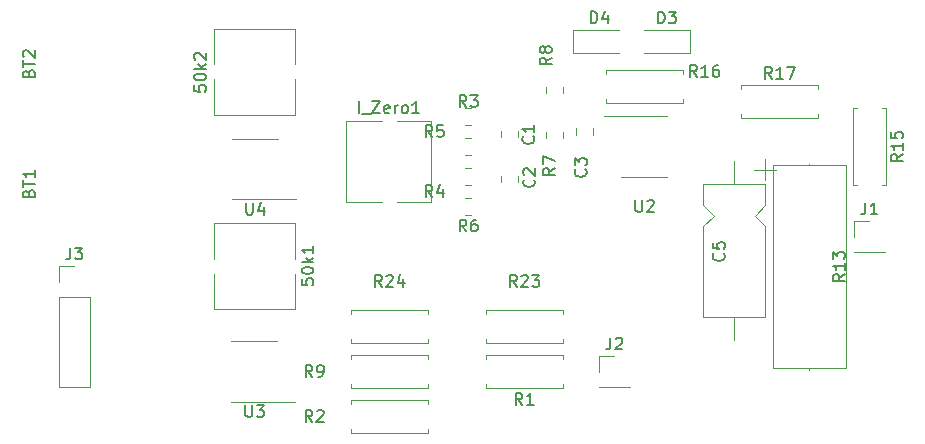
<source format=gbr>
G04 #@! TF.GenerationSoftware,KiCad,Pcbnew,(5.1.2)-2*
G04 #@! TF.CreationDate,2019-11-18T15:02:21-05:00*
G04 #@! TF.ProjectId,Lab_Sensing,4c61625f-5365-46e7-9369-6e672e6b6963,rev?*
G04 #@! TF.SameCoordinates,Original*
G04 #@! TF.FileFunction,Legend,Top*
G04 #@! TF.FilePolarity,Positive*
%FSLAX46Y46*%
G04 Gerber Fmt 4.6, Leading zero omitted, Abs format (unit mm)*
G04 Created by KiCad (PCBNEW (5.1.2)-2) date 2019-11-18 15:02:21*
%MOMM*%
%LPD*%
G04 APERTURE LIST*
%ADD10C,0.120000*%
%ADD11C,0.150000*%
G04 APERTURE END LIST*
D10*
X148010000Y-140700000D02*
X154250000Y-140700000D01*
X154250000Y-140700000D02*
X154250000Y-123460000D01*
X154250000Y-123460000D02*
X148010000Y-123460000D01*
X148010000Y-123460000D02*
X148010000Y-140700000D01*
X151130000Y-140800000D02*
X151130000Y-140700000D01*
X151130000Y-123360000D02*
X151130000Y-123460000D01*
X118840000Y-145820000D02*
X118840000Y-146150000D01*
X118840000Y-146150000D02*
X112300000Y-146150000D01*
X112300000Y-146150000D02*
X112300000Y-145820000D01*
X118840000Y-143740000D02*
X118840000Y-143410000D01*
X118840000Y-143410000D02*
X112300000Y-143410000D01*
X112300000Y-143410000D02*
X112300000Y-143740000D01*
X140430000Y-117880000D02*
X140430000Y-118210000D01*
X140430000Y-118210000D02*
X133890000Y-118210000D01*
X133890000Y-118210000D02*
X133890000Y-117880000D01*
X140430000Y-115800000D02*
X140430000Y-115470000D01*
X140430000Y-115470000D02*
X133890000Y-115470000D01*
X133890000Y-115470000D02*
X133890000Y-115800000D01*
X112300000Y-139600000D02*
X112300000Y-139930000D01*
X118840000Y-139600000D02*
X112300000Y-139600000D01*
X118840000Y-139930000D02*
X118840000Y-139600000D01*
X112300000Y-142340000D02*
X112300000Y-142010000D01*
X118840000Y-142340000D02*
X112300000Y-142340000D01*
X118840000Y-142010000D02*
X118840000Y-142340000D01*
X130270000Y-142010000D02*
X130270000Y-142340000D01*
X130270000Y-142340000D02*
X123730000Y-142340000D01*
X123730000Y-142340000D02*
X123730000Y-142010000D01*
X130270000Y-139930000D02*
X130270000Y-139600000D01*
X130270000Y-139600000D02*
X123730000Y-139600000D01*
X123730000Y-139600000D02*
X123730000Y-139930000D01*
X118840000Y-138200000D02*
X118840000Y-138530000D01*
X118840000Y-138530000D02*
X112300000Y-138530000D01*
X112300000Y-138530000D02*
X112300000Y-138200000D01*
X118840000Y-136120000D02*
X118840000Y-135790000D01*
X118840000Y-135790000D02*
X112300000Y-135790000D01*
X112300000Y-135790000D02*
X112300000Y-136120000D01*
X107560000Y-128400000D02*
X107560000Y-131430000D01*
X107560000Y-132730000D02*
X107560000Y-135640000D01*
X100720000Y-128400000D02*
X100720000Y-131430000D01*
X100720000Y-132730000D02*
X100720000Y-135640000D01*
X107560000Y-128400000D02*
X100720000Y-128400000D01*
X107560000Y-135640000D02*
X100720000Y-135640000D01*
X100720000Y-112010000D02*
X107560000Y-112010000D01*
X100720000Y-119250000D02*
X107560000Y-119250000D01*
X107560000Y-114920000D02*
X107560000Y-112010000D01*
X107560000Y-119250000D02*
X107560000Y-116220000D01*
X100720000Y-114920000D02*
X100720000Y-112010000D01*
X100720000Y-119250000D02*
X100720000Y-116220000D01*
X126440000Y-120633748D02*
X126440000Y-121156252D01*
X125020000Y-120633748D02*
X125020000Y-121156252D01*
X126440000Y-124966252D02*
X126440000Y-124443748D01*
X125020000Y-124966252D02*
X125020000Y-124443748D01*
X132790000Y-120388748D02*
X132790000Y-120911252D01*
X131370000Y-120388748D02*
X131370000Y-120911252D01*
X147380000Y-122980000D02*
X147380000Y-124780000D01*
X148280000Y-123880000D02*
X146480000Y-123880000D01*
X147400000Y-125080000D02*
X142160000Y-125080000D01*
X147400000Y-136320000D02*
X142160000Y-136320000D01*
X147400000Y-125080000D02*
X147400000Y-126880000D01*
X147400000Y-126880000D02*
X146500000Y-127780000D01*
X146500000Y-127780000D02*
X147400000Y-128680000D01*
X147400000Y-128680000D02*
X147400000Y-136320000D01*
X142160000Y-125080000D02*
X142160000Y-126880000D01*
X142160000Y-126880000D02*
X143060000Y-127780000D01*
X143060000Y-127780000D02*
X142160000Y-128680000D01*
X142160000Y-128680000D02*
X142160000Y-136320000D01*
X144780000Y-123140000D02*
X144780000Y-125080000D01*
X144780000Y-138260000D02*
X144780000Y-136320000D01*
X141060000Y-114030000D02*
X137160000Y-114030000D01*
X141060000Y-112030000D02*
X137160000Y-112030000D01*
X141060000Y-114030000D02*
X141060000Y-112030000D01*
X131100000Y-112030000D02*
X131100000Y-114030000D01*
X131100000Y-114030000D02*
X135000000Y-114030000D01*
X131100000Y-112030000D02*
X135000000Y-112030000D01*
X154880000Y-128210000D02*
X156210000Y-128210000D01*
X154880000Y-129540000D02*
X154880000Y-128210000D01*
X154880000Y-130810000D02*
X157540000Y-130810000D01*
X157540000Y-130810000D02*
X157540000Y-130870000D01*
X154880000Y-130810000D02*
X154880000Y-130870000D01*
X154880000Y-130870000D02*
X157540000Y-130870000D01*
X133290000Y-139640000D02*
X134620000Y-139640000D01*
X133290000Y-140970000D02*
X133290000Y-139640000D01*
X133290000Y-142240000D02*
X135950000Y-142240000D01*
X135950000Y-142240000D02*
X135950000Y-142300000D01*
X133290000Y-142240000D02*
X133290000Y-142300000D01*
X133290000Y-142300000D02*
X135950000Y-142300000D01*
X87570000Y-142300000D02*
X90230000Y-142300000D01*
X87570000Y-134620000D02*
X87570000Y-142300000D01*
X90230000Y-134620000D02*
X90230000Y-142300000D01*
X87570000Y-134620000D02*
X90230000Y-134620000D01*
X87570000Y-133350000D02*
X87570000Y-132020000D01*
X87570000Y-132020000D02*
X88900000Y-132020000D01*
X154840000Y-125190000D02*
X155170000Y-125190000D01*
X154840000Y-118650000D02*
X154840000Y-125190000D01*
X155170000Y-118650000D02*
X154840000Y-118650000D01*
X157580000Y-125190000D02*
X157250000Y-125190000D01*
X157580000Y-118650000D02*
X157580000Y-125190000D01*
X157250000Y-118650000D02*
X157580000Y-118650000D01*
X151860000Y-119480000D02*
X151860000Y-119150000D01*
X145320000Y-119480000D02*
X151860000Y-119480000D01*
X145320000Y-119150000D02*
X145320000Y-119480000D01*
X151860000Y-116740000D02*
X151860000Y-117070000D01*
X145320000Y-116740000D02*
X151860000Y-116740000D01*
X145320000Y-117070000D02*
X145320000Y-116740000D01*
X123730000Y-135790000D02*
X123730000Y-136120000D01*
X130270000Y-135790000D02*
X123730000Y-135790000D01*
X130270000Y-136120000D02*
X130270000Y-135790000D01*
X123730000Y-138530000D02*
X123730000Y-138200000D01*
X130270000Y-138530000D02*
X123730000Y-138530000D01*
X130270000Y-138200000D02*
X130270000Y-138530000D01*
X137160000Y-124480000D02*
X139110000Y-124480000D01*
X137160000Y-124480000D02*
X135210000Y-124480000D01*
X137160000Y-119360000D02*
X139110000Y-119360000D01*
X137160000Y-119360000D02*
X133710000Y-119360000D01*
X122511078Y-122630000D02*
X121993922Y-122630000D01*
X122511078Y-121210000D02*
X121993922Y-121210000D01*
X122511078Y-126290000D02*
X121993922Y-126290000D01*
X122511078Y-127710000D02*
X121993922Y-127710000D01*
X128830000Y-121241078D02*
X128830000Y-120723922D01*
X130250000Y-121241078D02*
X130250000Y-120723922D01*
X128830000Y-116913922D02*
X128830000Y-117431078D01*
X130250000Y-116913922D02*
X130250000Y-117431078D01*
X111890000Y-119770000D02*
X114920000Y-119770000D01*
X116220000Y-119770000D02*
X119130000Y-119770000D01*
X111890000Y-126610000D02*
X114920000Y-126610000D01*
X116220000Y-126610000D02*
X119130000Y-126610000D01*
X111890000Y-119770000D02*
X111890000Y-126610000D01*
X119130000Y-119770000D02*
X119130000Y-126610000D01*
X122511078Y-120090000D02*
X121993922Y-120090000D01*
X122511078Y-118670000D02*
X121993922Y-118670000D01*
X121993922Y-125170000D02*
X122511078Y-125170000D01*
X121993922Y-123750000D02*
X122511078Y-123750000D01*
X104140000Y-138410000D02*
X102190000Y-138410000D01*
X104140000Y-138410000D02*
X106090000Y-138410000D01*
X104140000Y-143530000D02*
X102190000Y-143530000D01*
X104140000Y-143530000D02*
X107590000Y-143530000D01*
X104205000Y-121265000D02*
X102255000Y-121265000D01*
X104205000Y-121265000D02*
X106155000Y-121265000D01*
X104205000Y-126385000D02*
X102255000Y-126385000D01*
X104205000Y-126385000D02*
X107655000Y-126385000D01*
D11*
X154122380Y-132722857D02*
X153646190Y-133056190D01*
X154122380Y-133294285D02*
X153122380Y-133294285D01*
X153122380Y-132913333D01*
X153170000Y-132818095D01*
X153217619Y-132770476D01*
X153312857Y-132722857D01*
X153455714Y-132722857D01*
X153550952Y-132770476D01*
X153598571Y-132818095D01*
X153646190Y-132913333D01*
X153646190Y-133294285D01*
X154122380Y-131770476D02*
X154122380Y-132341904D01*
X154122380Y-132056190D02*
X153122380Y-132056190D01*
X153265238Y-132151428D01*
X153360476Y-132246666D01*
X153408095Y-132341904D01*
X153122380Y-131437142D02*
X153122380Y-130818095D01*
X153503333Y-131151428D01*
X153503333Y-131008571D01*
X153550952Y-130913333D01*
X153598571Y-130865714D01*
X153693809Y-130818095D01*
X153931904Y-130818095D01*
X154027142Y-130865714D01*
X154074761Y-130913333D01*
X154122380Y-131008571D01*
X154122380Y-131294285D01*
X154074761Y-131389523D01*
X154027142Y-131437142D01*
X109053333Y-145232380D02*
X108720000Y-144756190D01*
X108481904Y-145232380D02*
X108481904Y-144232380D01*
X108862857Y-144232380D01*
X108958095Y-144280000D01*
X109005714Y-144327619D01*
X109053333Y-144422857D01*
X109053333Y-144565714D01*
X109005714Y-144660952D01*
X108958095Y-144708571D01*
X108862857Y-144756190D01*
X108481904Y-144756190D01*
X109434285Y-144327619D02*
X109481904Y-144280000D01*
X109577142Y-144232380D01*
X109815238Y-144232380D01*
X109910476Y-144280000D01*
X109958095Y-144327619D01*
X110005714Y-144422857D01*
X110005714Y-144518095D01*
X109958095Y-144660952D01*
X109386666Y-145232380D01*
X110005714Y-145232380D01*
X85018571Y-125880714D02*
X85066190Y-125737857D01*
X85113809Y-125690238D01*
X85209047Y-125642619D01*
X85351904Y-125642619D01*
X85447142Y-125690238D01*
X85494761Y-125737857D01*
X85542380Y-125833095D01*
X85542380Y-126214047D01*
X84542380Y-126214047D01*
X84542380Y-125880714D01*
X84590000Y-125785476D01*
X84637619Y-125737857D01*
X84732857Y-125690238D01*
X84828095Y-125690238D01*
X84923333Y-125737857D01*
X84970952Y-125785476D01*
X85018571Y-125880714D01*
X85018571Y-126214047D01*
X84542380Y-125356904D02*
X84542380Y-124785476D01*
X85542380Y-125071190D02*
X84542380Y-125071190D01*
X85542380Y-123928333D02*
X85542380Y-124499761D01*
X85542380Y-124214047D02*
X84542380Y-124214047D01*
X84685238Y-124309285D01*
X84780476Y-124404523D01*
X84828095Y-124499761D01*
X141597142Y-116022380D02*
X141263809Y-115546190D01*
X141025714Y-116022380D02*
X141025714Y-115022380D01*
X141406666Y-115022380D01*
X141501904Y-115070000D01*
X141549523Y-115117619D01*
X141597142Y-115212857D01*
X141597142Y-115355714D01*
X141549523Y-115450952D01*
X141501904Y-115498571D01*
X141406666Y-115546190D01*
X141025714Y-115546190D01*
X142549523Y-116022380D02*
X141978095Y-116022380D01*
X142263809Y-116022380D02*
X142263809Y-115022380D01*
X142168571Y-115165238D01*
X142073333Y-115260476D01*
X141978095Y-115308095D01*
X143406666Y-115022380D02*
X143216190Y-115022380D01*
X143120952Y-115070000D01*
X143073333Y-115117619D01*
X142978095Y-115260476D01*
X142930476Y-115450952D01*
X142930476Y-115831904D01*
X142978095Y-115927142D01*
X143025714Y-115974761D01*
X143120952Y-116022380D01*
X143311428Y-116022380D01*
X143406666Y-115974761D01*
X143454285Y-115927142D01*
X143501904Y-115831904D01*
X143501904Y-115593809D01*
X143454285Y-115498571D01*
X143406666Y-115450952D01*
X143311428Y-115403333D01*
X143120952Y-115403333D01*
X143025714Y-115450952D01*
X142978095Y-115498571D01*
X142930476Y-115593809D01*
X109053333Y-141422380D02*
X108720000Y-140946190D01*
X108481904Y-141422380D02*
X108481904Y-140422380D01*
X108862857Y-140422380D01*
X108958095Y-140470000D01*
X109005714Y-140517619D01*
X109053333Y-140612857D01*
X109053333Y-140755714D01*
X109005714Y-140850952D01*
X108958095Y-140898571D01*
X108862857Y-140946190D01*
X108481904Y-140946190D01*
X109529523Y-141422380D02*
X109720000Y-141422380D01*
X109815238Y-141374761D01*
X109862857Y-141327142D01*
X109958095Y-141184285D01*
X110005714Y-140993809D01*
X110005714Y-140612857D01*
X109958095Y-140517619D01*
X109910476Y-140470000D01*
X109815238Y-140422380D01*
X109624761Y-140422380D01*
X109529523Y-140470000D01*
X109481904Y-140517619D01*
X109434285Y-140612857D01*
X109434285Y-140850952D01*
X109481904Y-140946190D01*
X109529523Y-140993809D01*
X109624761Y-141041428D01*
X109815238Y-141041428D01*
X109910476Y-140993809D01*
X109958095Y-140946190D01*
X110005714Y-140850952D01*
X126833333Y-143792380D02*
X126500000Y-143316190D01*
X126261904Y-143792380D02*
X126261904Y-142792380D01*
X126642857Y-142792380D01*
X126738095Y-142840000D01*
X126785714Y-142887619D01*
X126833333Y-142982857D01*
X126833333Y-143125714D01*
X126785714Y-143220952D01*
X126738095Y-143268571D01*
X126642857Y-143316190D01*
X126261904Y-143316190D01*
X127785714Y-143792380D02*
X127214285Y-143792380D01*
X127500000Y-143792380D02*
X127500000Y-142792380D01*
X127404761Y-142935238D01*
X127309523Y-143030476D01*
X127214285Y-143078095D01*
X114927142Y-133802380D02*
X114593809Y-133326190D01*
X114355714Y-133802380D02*
X114355714Y-132802380D01*
X114736666Y-132802380D01*
X114831904Y-132850000D01*
X114879523Y-132897619D01*
X114927142Y-132992857D01*
X114927142Y-133135714D01*
X114879523Y-133230952D01*
X114831904Y-133278571D01*
X114736666Y-133326190D01*
X114355714Y-133326190D01*
X115308095Y-132897619D02*
X115355714Y-132850000D01*
X115450952Y-132802380D01*
X115689047Y-132802380D01*
X115784285Y-132850000D01*
X115831904Y-132897619D01*
X115879523Y-132992857D01*
X115879523Y-133088095D01*
X115831904Y-133230952D01*
X115260476Y-133802380D01*
X115879523Y-133802380D01*
X116736666Y-133135714D02*
X116736666Y-133802380D01*
X116498571Y-132754761D02*
X116260476Y-133469047D01*
X116879523Y-133469047D01*
X108142380Y-133139047D02*
X108142380Y-133615238D01*
X108618571Y-133662857D01*
X108570952Y-133615238D01*
X108523333Y-133520000D01*
X108523333Y-133281904D01*
X108570952Y-133186666D01*
X108618571Y-133139047D01*
X108713809Y-133091428D01*
X108951904Y-133091428D01*
X109047142Y-133139047D01*
X109094761Y-133186666D01*
X109142380Y-133281904D01*
X109142380Y-133520000D01*
X109094761Y-133615238D01*
X109047142Y-133662857D01*
X108142380Y-132472380D02*
X108142380Y-132377142D01*
X108190000Y-132281904D01*
X108237619Y-132234285D01*
X108332857Y-132186666D01*
X108523333Y-132139047D01*
X108761428Y-132139047D01*
X108951904Y-132186666D01*
X109047142Y-132234285D01*
X109094761Y-132281904D01*
X109142380Y-132377142D01*
X109142380Y-132472380D01*
X109094761Y-132567619D01*
X109047142Y-132615238D01*
X108951904Y-132662857D01*
X108761428Y-132710476D01*
X108523333Y-132710476D01*
X108332857Y-132662857D01*
X108237619Y-132615238D01*
X108190000Y-132567619D01*
X108142380Y-132472380D01*
X109142380Y-131710476D02*
X108142380Y-131710476D01*
X108761428Y-131615238D02*
X109142380Y-131329523D01*
X108475714Y-131329523D02*
X108856666Y-131710476D01*
X109142380Y-130377142D02*
X109142380Y-130948571D01*
X109142380Y-130662857D02*
X108142380Y-130662857D01*
X108285238Y-130758095D01*
X108380476Y-130853333D01*
X108428095Y-130948571D01*
X99042380Y-116749047D02*
X99042380Y-117225238D01*
X99518571Y-117272857D01*
X99470952Y-117225238D01*
X99423333Y-117130000D01*
X99423333Y-116891904D01*
X99470952Y-116796666D01*
X99518571Y-116749047D01*
X99613809Y-116701428D01*
X99851904Y-116701428D01*
X99947142Y-116749047D01*
X99994761Y-116796666D01*
X100042380Y-116891904D01*
X100042380Y-117130000D01*
X99994761Y-117225238D01*
X99947142Y-117272857D01*
X99042380Y-116082380D02*
X99042380Y-115987142D01*
X99090000Y-115891904D01*
X99137619Y-115844285D01*
X99232857Y-115796666D01*
X99423333Y-115749047D01*
X99661428Y-115749047D01*
X99851904Y-115796666D01*
X99947142Y-115844285D01*
X99994761Y-115891904D01*
X100042380Y-115987142D01*
X100042380Y-116082380D01*
X99994761Y-116177619D01*
X99947142Y-116225238D01*
X99851904Y-116272857D01*
X99661428Y-116320476D01*
X99423333Y-116320476D01*
X99232857Y-116272857D01*
X99137619Y-116225238D01*
X99090000Y-116177619D01*
X99042380Y-116082380D01*
X100042380Y-115320476D02*
X99042380Y-115320476D01*
X99661428Y-115225238D02*
X100042380Y-114939523D01*
X99375714Y-114939523D02*
X99756666Y-115320476D01*
X99137619Y-114558571D02*
X99090000Y-114510952D01*
X99042380Y-114415714D01*
X99042380Y-114177619D01*
X99090000Y-114082380D01*
X99137619Y-114034761D01*
X99232857Y-113987142D01*
X99328095Y-113987142D01*
X99470952Y-114034761D01*
X100042380Y-114606190D01*
X100042380Y-113987142D01*
X85018571Y-115720714D02*
X85066190Y-115577857D01*
X85113809Y-115530238D01*
X85209047Y-115482619D01*
X85351904Y-115482619D01*
X85447142Y-115530238D01*
X85494761Y-115577857D01*
X85542380Y-115673095D01*
X85542380Y-116054047D01*
X84542380Y-116054047D01*
X84542380Y-115720714D01*
X84590000Y-115625476D01*
X84637619Y-115577857D01*
X84732857Y-115530238D01*
X84828095Y-115530238D01*
X84923333Y-115577857D01*
X84970952Y-115625476D01*
X85018571Y-115720714D01*
X85018571Y-116054047D01*
X84542380Y-115196904D02*
X84542380Y-114625476D01*
X85542380Y-114911190D02*
X84542380Y-114911190D01*
X84637619Y-114339761D02*
X84590000Y-114292142D01*
X84542380Y-114196904D01*
X84542380Y-113958809D01*
X84590000Y-113863571D01*
X84637619Y-113815952D01*
X84732857Y-113768333D01*
X84828095Y-113768333D01*
X84970952Y-113815952D01*
X85542380Y-114387380D01*
X85542380Y-113768333D01*
X127737142Y-121061666D02*
X127784761Y-121109285D01*
X127832380Y-121252142D01*
X127832380Y-121347380D01*
X127784761Y-121490238D01*
X127689523Y-121585476D01*
X127594285Y-121633095D01*
X127403809Y-121680714D01*
X127260952Y-121680714D01*
X127070476Y-121633095D01*
X126975238Y-121585476D01*
X126880000Y-121490238D01*
X126832380Y-121347380D01*
X126832380Y-121252142D01*
X126880000Y-121109285D01*
X126927619Y-121061666D01*
X127832380Y-120109285D02*
X127832380Y-120680714D01*
X127832380Y-120395000D02*
X126832380Y-120395000D01*
X126975238Y-120490238D01*
X127070476Y-120585476D01*
X127118095Y-120680714D01*
X127800977Y-124725428D02*
X127848596Y-124773047D01*
X127896215Y-124915904D01*
X127896215Y-125011142D01*
X127848596Y-125154000D01*
X127753358Y-125249238D01*
X127658120Y-125296857D01*
X127467644Y-125344476D01*
X127324787Y-125344476D01*
X127134311Y-125296857D01*
X127039073Y-125249238D01*
X126943835Y-125154000D01*
X126896215Y-125011142D01*
X126896215Y-124915904D01*
X126943835Y-124773047D01*
X126991454Y-124725428D01*
X126991454Y-124344476D02*
X126943835Y-124296857D01*
X126896215Y-124201619D01*
X126896215Y-123963523D01*
X126943835Y-123868285D01*
X126991454Y-123820666D01*
X127086692Y-123773047D01*
X127181930Y-123773047D01*
X127324787Y-123820666D01*
X127896215Y-124392095D01*
X127896215Y-123773047D01*
X132167239Y-123852566D02*
X132214858Y-123900185D01*
X132262477Y-124043042D01*
X132262477Y-124138280D01*
X132214858Y-124281138D01*
X132119620Y-124376376D01*
X132024382Y-124423995D01*
X131833906Y-124471614D01*
X131691049Y-124471614D01*
X131500573Y-124423995D01*
X131405335Y-124376376D01*
X131310097Y-124281138D01*
X131262477Y-124138280D01*
X131262477Y-124043042D01*
X131310097Y-123900185D01*
X131357716Y-123852566D01*
X131262477Y-123519233D02*
X131262477Y-122900185D01*
X131643430Y-123233519D01*
X131643430Y-123090661D01*
X131691049Y-122995423D01*
X131738668Y-122947804D01*
X131833906Y-122900185D01*
X132072001Y-122900185D01*
X132167239Y-122947804D01*
X132214858Y-122995423D01*
X132262477Y-123090661D01*
X132262477Y-123376376D01*
X132214858Y-123471614D01*
X132167239Y-123519233D01*
X143867142Y-130976666D02*
X143914761Y-131024285D01*
X143962380Y-131167142D01*
X143962380Y-131262380D01*
X143914761Y-131405238D01*
X143819523Y-131500476D01*
X143724285Y-131548095D01*
X143533809Y-131595714D01*
X143390952Y-131595714D01*
X143200476Y-131548095D01*
X143105238Y-131500476D01*
X143010000Y-131405238D01*
X142962380Y-131262380D01*
X142962380Y-131167142D01*
X143010000Y-131024285D01*
X143057619Y-130976666D01*
X142962380Y-130071904D02*
X142962380Y-130548095D01*
X143438571Y-130595714D01*
X143390952Y-130548095D01*
X143343333Y-130452857D01*
X143343333Y-130214761D01*
X143390952Y-130119523D01*
X143438571Y-130071904D01*
X143533809Y-130024285D01*
X143771904Y-130024285D01*
X143867142Y-130071904D01*
X143914761Y-130119523D01*
X143962380Y-130214761D01*
X143962380Y-130452857D01*
X143914761Y-130548095D01*
X143867142Y-130595714D01*
X138297484Y-111503633D02*
X138297484Y-110503633D01*
X138535580Y-110503633D01*
X138678437Y-110551253D01*
X138773675Y-110646491D01*
X138821294Y-110741729D01*
X138868913Y-110932205D01*
X138868913Y-111075062D01*
X138821294Y-111265538D01*
X138773675Y-111360776D01*
X138678437Y-111456014D01*
X138535580Y-111503633D01*
X138297484Y-111503633D01*
X139202246Y-110503633D02*
X139821294Y-110503633D01*
X139487960Y-110884586D01*
X139630818Y-110884586D01*
X139726056Y-110932205D01*
X139773675Y-110979824D01*
X139821294Y-111075062D01*
X139821294Y-111313157D01*
X139773675Y-111408395D01*
X139726056Y-111456014D01*
X139630818Y-111503633D01*
X139345103Y-111503633D01*
X139249865Y-111456014D01*
X139202246Y-111408395D01*
X132611904Y-111482380D02*
X132611904Y-110482380D01*
X132850000Y-110482380D01*
X132992857Y-110530000D01*
X133088095Y-110625238D01*
X133135714Y-110720476D01*
X133183333Y-110910952D01*
X133183333Y-111053809D01*
X133135714Y-111244285D01*
X133088095Y-111339523D01*
X132992857Y-111434761D01*
X132850000Y-111482380D01*
X132611904Y-111482380D01*
X134040476Y-110815714D02*
X134040476Y-111482380D01*
X133802380Y-110434761D02*
X133564285Y-111149047D01*
X134183333Y-111149047D01*
X155876666Y-126662380D02*
X155876666Y-127376666D01*
X155829047Y-127519523D01*
X155733809Y-127614761D01*
X155590952Y-127662380D01*
X155495714Y-127662380D01*
X156876666Y-127662380D02*
X156305238Y-127662380D01*
X156590952Y-127662380D02*
X156590952Y-126662380D01*
X156495714Y-126805238D01*
X156400476Y-126900476D01*
X156305238Y-126948095D01*
X134286666Y-138092380D02*
X134286666Y-138806666D01*
X134239047Y-138949523D01*
X134143809Y-139044761D01*
X134000952Y-139092380D01*
X133905714Y-139092380D01*
X134715238Y-138187619D02*
X134762857Y-138140000D01*
X134858095Y-138092380D01*
X135096190Y-138092380D01*
X135191428Y-138140000D01*
X135239047Y-138187619D01*
X135286666Y-138282857D01*
X135286666Y-138378095D01*
X135239047Y-138520952D01*
X134667619Y-139092380D01*
X135286666Y-139092380D01*
X88566666Y-130472380D02*
X88566666Y-131186666D01*
X88519047Y-131329523D01*
X88423809Y-131424761D01*
X88280952Y-131472380D01*
X88185714Y-131472380D01*
X88947619Y-130472380D02*
X89566666Y-130472380D01*
X89233333Y-130853333D01*
X89376190Y-130853333D01*
X89471428Y-130900952D01*
X89519047Y-130948571D01*
X89566666Y-131043809D01*
X89566666Y-131281904D01*
X89519047Y-131377142D01*
X89471428Y-131424761D01*
X89376190Y-131472380D01*
X89090476Y-131472380D01*
X88995238Y-131424761D01*
X88947619Y-131377142D01*
X159032380Y-122562857D02*
X158556190Y-122896190D01*
X159032380Y-123134285D02*
X158032380Y-123134285D01*
X158032380Y-122753333D01*
X158080000Y-122658095D01*
X158127619Y-122610476D01*
X158222857Y-122562857D01*
X158365714Y-122562857D01*
X158460952Y-122610476D01*
X158508571Y-122658095D01*
X158556190Y-122753333D01*
X158556190Y-123134285D01*
X159032380Y-121610476D02*
X159032380Y-122181904D01*
X159032380Y-121896190D02*
X158032380Y-121896190D01*
X158175238Y-121991428D01*
X158270476Y-122086666D01*
X158318095Y-122181904D01*
X158032380Y-120705714D02*
X158032380Y-121181904D01*
X158508571Y-121229523D01*
X158460952Y-121181904D01*
X158413333Y-121086666D01*
X158413333Y-120848571D01*
X158460952Y-120753333D01*
X158508571Y-120705714D01*
X158603809Y-120658095D01*
X158841904Y-120658095D01*
X158937142Y-120705714D01*
X158984761Y-120753333D01*
X159032380Y-120848571D01*
X159032380Y-121086666D01*
X158984761Y-121181904D01*
X158937142Y-121229523D01*
X147947142Y-116192380D02*
X147613809Y-115716190D01*
X147375714Y-116192380D02*
X147375714Y-115192380D01*
X147756666Y-115192380D01*
X147851904Y-115240000D01*
X147899523Y-115287619D01*
X147947142Y-115382857D01*
X147947142Y-115525714D01*
X147899523Y-115620952D01*
X147851904Y-115668571D01*
X147756666Y-115716190D01*
X147375714Y-115716190D01*
X148899523Y-116192380D02*
X148328095Y-116192380D01*
X148613809Y-116192380D02*
X148613809Y-115192380D01*
X148518571Y-115335238D01*
X148423333Y-115430476D01*
X148328095Y-115478095D01*
X149232857Y-115192380D02*
X149899523Y-115192380D01*
X149470952Y-116192380D01*
X126357142Y-133802380D02*
X126023809Y-133326190D01*
X125785714Y-133802380D02*
X125785714Y-132802380D01*
X126166666Y-132802380D01*
X126261904Y-132850000D01*
X126309523Y-132897619D01*
X126357142Y-132992857D01*
X126357142Y-133135714D01*
X126309523Y-133230952D01*
X126261904Y-133278571D01*
X126166666Y-133326190D01*
X125785714Y-133326190D01*
X126738095Y-132897619D02*
X126785714Y-132850000D01*
X126880952Y-132802380D01*
X127119047Y-132802380D01*
X127214285Y-132850000D01*
X127261904Y-132897619D01*
X127309523Y-132992857D01*
X127309523Y-133088095D01*
X127261904Y-133230952D01*
X126690476Y-133802380D01*
X127309523Y-133802380D01*
X127642857Y-132802380D02*
X128261904Y-132802380D01*
X127928571Y-133183333D01*
X128071428Y-133183333D01*
X128166666Y-133230952D01*
X128214285Y-133278571D01*
X128261904Y-133373809D01*
X128261904Y-133611904D01*
X128214285Y-133707142D01*
X128166666Y-133754761D01*
X128071428Y-133802380D01*
X127785714Y-133802380D01*
X127690476Y-133754761D01*
X127642857Y-133707142D01*
X136398095Y-126452380D02*
X136398095Y-127261904D01*
X136445714Y-127357142D01*
X136493333Y-127404761D01*
X136588571Y-127452380D01*
X136779047Y-127452380D01*
X136874285Y-127404761D01*
X136921904Y-127357142D01*
X136969523Y-127261904D01*
X136969523Y-126452380D01*
X137398095Y-126547619D02*
X137445714Y-126500000D01*
X137540952Y-126452380D01*
X137779047Y-126452380D01*
X137874285Y-126500000D01*
X137921904Y-126547619D01*
X137969523Y-126642857D01*
X137969523Y-126738095D01*
X137921904Y-126880952D01*
X137350476Y-127452380D01*
X137969523Y-127452380D01*
X119213333Y-121102380D02*
X118880000Y-120626190D01*
X118641904Y-121102380D02*
X118641904Y-120102380D01*
X119022857Y-120102380D01*
X119118095Y-120150000D01*
X119165714Y-120197619D01*
X119213333Y-120292857D01*
X119213333Y-120435714D01*
X119165714Y-120530952D01*
X119118095Y-120578571D01*
X119022857Y-120626190D01*
X118641904Y-120626190D01*
X120118095Y-120102380D02*
X119641904Y-120102380D01*
X119594285Y-120578571D01*
X119641904Y-120530952D01*
X119737142Y-120483333D01*
X119975238Y-120483333D01*
X120070476Y-120530952D01*
X120118095Y-120578571D01*
X120165714Y-120673809D01*
X120165714Y-120911904D01*
X120118095Y-121007142D01*
X120070476Y-121054761D01*
X119975238Y-121102380D01*
X119737142Y-121102380D01*
X119641904Y-121054761D01*
X119594285Y-121007142D01*
X122085833Y-129102380D02*
X121752500Y-128626190D01*
X121514404Y-129102380D02*
X121514404Y-128102380D01*
X121895357Y-128102380D01*
X121990595Y-128150000D01*
X122038214Y-128197619D01*
X122085833Y-128292857D01*
X122085833Y-128435714D01*
X122038214Y-128530952D01*
X121990595Y-128578571D01*
X121895357Y-128626190D01*
X121514404Y-128626190D01*
X122942976Y-128102380D02*
X122752500Y-128102380D01*
X122657261Y-128150000D01*
X122609642Y-128197619D01*
X122514404Y-128340476D01*
X122466785Y-128530952D01*
X122466785Y-128911904D01*
X122514404Y-129007142D01*
X122562023Y-129054761D01*
X122657261Y-129102380D01*
X122847738Y-129102380D01*
X122942976Y-129054761D01*
X122990595Y-129007142D01*
X123038214Y-128911904D01*
X123038214Y-128673809D01*
X122990595Y-128578571D01*
X122942976Y-128530952D01*
X122847738Y-128483333D01*
X122657261Y-128483333D01*
X122562023Y-128530952D01*
X122514404Y-128578571D01*
X122466785Y-128673809D01*
X129548942Y-123736406D02*
X129072752Y-124069740D01*
X129548942Y-124307835D02*
X128548942Y-124307835D01*
X128548942Y-123926882D01*
X128596562Y-123831644D01*
X128644181Y-123784025D01*
X128739419Y-123736406D01*
X128882276Y-123736406D01*
X128977514Y-123784025D01*
X129025133Y-123831644D01*
X129072752Y-123926882D01*
X129072752Y-124307835D01*
X128548942Y-123403073D02*
X128548942Y-122736406D01*
X129548942Y-123164978D01*
X129295284Y-114387368D02*
X128819094Y-114720702D01*
X129295284Y-114958797D02*
X128295284Y-114958797D01*
X128295284Y-114577844D01*
X128342904Y-114482606D01*
X128390523Y-114434987D01*
X128485761Y-114387368D01*
X128628618Y-114387368D01*
X128723856Y-114434987D01*
X128771475Y-114482606D01*
X128819094Y-114577844D01*
X128819094Y-114958797D01*
X128723856Y-113815940D02*
X128676237Y-113911178D01*
X128628618Y-113958797D01*
X128533380Y-114006416D01*
X128485761Y-114006416D01*
X128390523Y-113958797D01*
X128342904Y-113911178D01*
X128295284Y-113815940D01*
X128295284Y-113625463D01*
X128342904Y-113530225D01*
X128390523Y-113482606D01*
X128485761Y-113434987D01*
X128533380Y-113434987D01*
X128628618Y-113482606D01*
X128676237Y-113530225D01*
X128723856Y-113625463D01*
X128723856Y-113815940D01*
X128771475Y-113911178D01*
X128819094Y-113958797D01*
X128914332Y-114006416D01*
X129104808Y-114006416D01*
X129200046Y-113958797D01*
X129247665Y-113911178D01*
X129295284Y-113815940D01*
X129295284Y-113625463D01*
X129247665Y-113530225D01*
X129200046Y-113482606D01*
X129104808Y-113434987D01*
X128914332Y-113434987D01*
X128819094Y-113482606D01*
X128771475Y-113530225D01*
X128723856Y-113625463D01*
X112986190Y-119092380D02*
X112986190Y-118092380D01*
X113224285Y-119187619D02*
X113986190Y-119187619D01*
X114129047Y-118092380D02*
X114795714Y-118092380D01*
X114129047Y-119092380D01*
X114795714Y-119092380D01*
X115557619Y-119044761D02*
X115462380Y-119092380D01*
X115271904Y-119092380D01*
X115176666Y-119044761D01*
X115129047Y-118949523D01*
X115129047Y-118568571D01*
X115176666Y-118473333D01*
X115271904Y-118425714D01*
X115462380Y-118425714D01*
X115557619Y-118473333D01*
X115605238Y-118568571D01*
X115605238Y-118663809D01*
X115129047Y-118759047D01*
X116033809Y-119092380D02*
X116033809Y-118425714D01*
X116033809Y-118616190D02*
X116081428Y-118520952D01*
X116129047Y-118473333D01*
X116224285Y-118425714D01*
X116319523Y-118425714D01*
X116795714Y-119092380D02*
X116700476Y-119044761D01*
X116652857Y-118997142D01*
X116605238Y-118901904D01*
X116605238Y-118616190D01*
X116652857Y-118520952D01*
X116700476Y-118473333D01*
X116795714Y-118425714D01*
X116938571Y-118425714D01*
X117033809Y-118473333D01*
X117081428Y-118520952D01*
X117129047Y-118616190D01*
X117129047Y-118901904D01*
X117081428Y-118997142D01*
X117033809Y-119044761D01*
X116938571Y-119092380D01*
X116795714Y-119092380D01*
X118081428Y-119092380D02*
X117510000Y-119092380D01*
X117795714Y-119092380D02*
X117795714Y-118092380D01*
X117700476Y-118235238D01*
X117605238Y-118330476D01*
X117510000Y-118378095D01*
X122085833Y-118562380D02*
X121752500Y-118086190D01*
X121514404Y-118562380D02*
X121514404Y-117562380D01*
X121895357Y-117562380D01*
X121990595Y-117610000D01*
X122038214Y-117657619D01*
X122085833Y-117752857D01*
X122085833Y-117895714D01*
X122038214Y-117990952D01*
X121990595Y-118038571D01*
X121895357Y-118086190D01*
X121514404Y-118086190D01*
X122419166Y-117562380D02*
X123038214Y-117562380D01*
X122704880Y-117943333D01*
X122847738Y-117943333D01*
X122942976Y-117990952D01*
X122990595Y-118038571D01*
X123038214Y-118133809D01*
X123038214Y-118371904D01*
X122990595Y-118467142D01*
X122942976Y-118514761D01*
X122847738Y-118562380D01*
X122562023Y-118562380D01*
X122466785Y-118514761D01*
X122419166Y-118467142D01*
X119213333Y-126182380D02*
X118880000Y-125706190D01*
X118641904Y-126182380D02*
X118641904Y-125182380D01*
X119022857Y-125182380D01*
X119118095Y-125230000D01*
X119165714Y-125277619D01*
X119213333Y-125372857D01*
X119213333Y-125515714D01*
X119165714Y-125610952D01*
X119118095Y-125658571D01*
X119022857Y-125706190D01*
X118641904Y-125706190D01*
X120070476Y-125515714D02*
X120070476Y-126182380D01*
X119832380Y-125134761D02*
X119594285Y-125849047D01*
X120213333Y-125849047D01*
X103378095Y-143822380D02*
X103378095Y-144631904D01*
X103425714Y-144727142D01*
X103473333Y-144774761D01*
X103568571Y-144822380D01*
X103759047Y-144822380D01*
X103854285Y-144774761D01*
X103901904Y-144727142D01*
X103949523Y-144631904D01*
X103949523Y-143822380D01*
X104330476Y-143822380D02*
X104949523Y-143822380D01*
X104616190Y-144203333D01*
X104759047Y-144203333D01*
X104854285Y-144250952D01*
X104901904Y-144298571D01*
X104949523Y-144393809D01*
X104949523Y-144631904D01*
X104901904Y-144727142D01*
X104854285Y-144774761D01*
X104759047Y-144822380D01*
X104473333Y-144822380D01*
X104378095Y-144774761D01*
X104330476Y-144727142D01*
X103443095Y-126677380D02*
X103443095Y-127486904D01*
X103490714Y-127582142D01*
X103538333Y-127629761D01*
X103633571Y-127677380D01*
X103824047Y-127677380D01*
X103919285Y-127629761D01*
X103966904Y-127582142D01*
X104014523Y-127486904D01*
X104014523Y-126677380D01*
X104919285Y-127010714D02*
X104919285Y-127677380D01*
X104681190Y-126629761D02*
X104443095Y-127344047D01*
X105062142Y-127344047D01*
M02*

</source>
